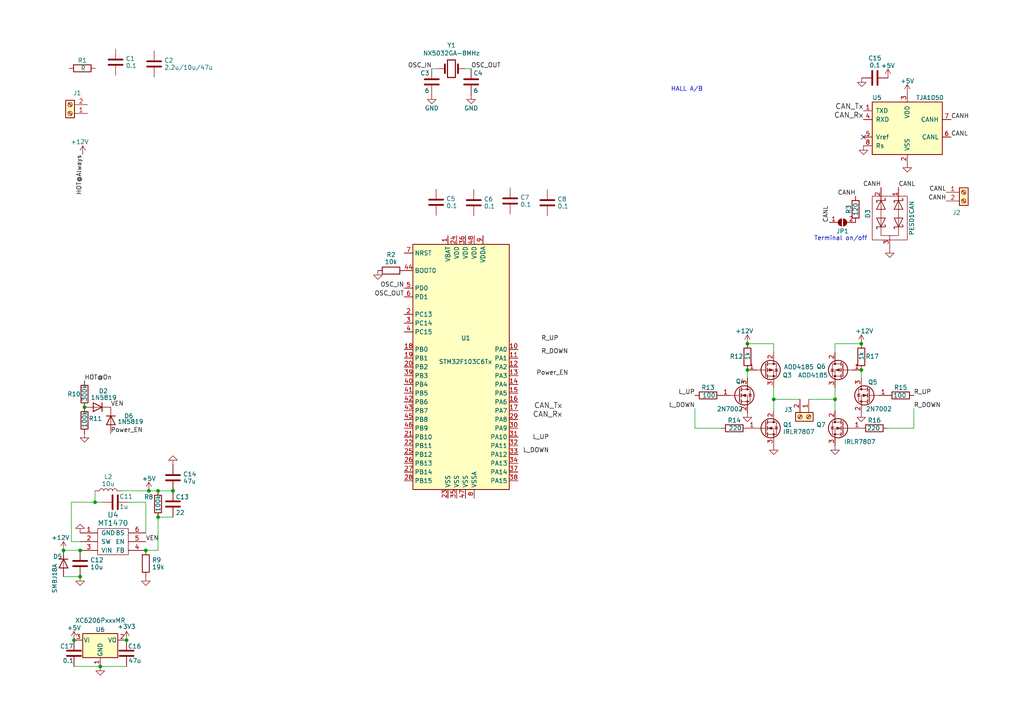
<source format=kicad_sch>
(kicad_sch (version 20230121) (generator eeschema)
  (paper "A4")
  (lib_symbols
    (symbol "Connector:Screw_Terminal_01x02" (pin_names (offset 1.016) hide)
      (property "Reference" "J" (at 0 2.54 0))
      (property "Value" "Screw_Terminal_01x02" (at 0 -5.08 0))
      (symbol "Screw_Terminal_01x02_1_1"
        (rectangle (start -1.27 1.27) (end 1.27 -3.81) (stroke (width 0.254)) (fill (type background)))
        (circle (center 0 -2.54) (radius 0.635) (stroke (width 0.1524)))
        (polyline (pts (xy -0.5334 -2.2098) (xy 0.3302 -3.048)) (stroke (width 0.1524)))
        (polyline (pts (xy -0.5334 0.3302) (xy 0.3302 -0.508)) (stroke (width 0.1524)))
        (polyline (pts (xy -0.3556 -2.032) (xy 0.508 -2.8702)) (stroke (width 0.1524)))
        (polyline (pts (xy -0.3556 0.508) (xy 0.508 -0.3302)) (stroke (width 0.1524)))
        (circle (center 0 0) (radius 0.635) (stroke (width 0.1524)))
        (pin passive line (at -5.08 0 0) (length 3.81) (name "Pin_1") (number "1"))
        (pin passive line (at -5.08 -2.54 0) (length 3.81) (name "Pin_2") (number "2"))
      )
    )
    (symbol "D_1" (pin_numbers hide) (pin_names (offset 1.016) hide)
      (property "Reference" "D" (at 0 2.54 0))
      (property "Value" "D" (at 0 -2.54 0))
      (symbol "D_1_0_1"
        (polyline (pts (xy -1.27 1.27) (xy -1.27 -1.27)) (stroke (width 0.254)))
        (polyline (pts (xy 1.27 0) (xy -1.27 0)))
        (polyline (pts (xy 1.27 1.27) (xy 1.27 -1.27) (xy -1.27 0) (xy 1.27 1.27)) (stroke (width 0.254)))
      )
      (symbol "D_1_1_1"
        (pin passive line (at -3.81 0 0) (length 2.54) (name "K") (number "1"))
        (pin passive line (at 3.81 0 180) (length 2.54) (name "A") (number "2"))
      )
    )
    (symbol "Device:C" (pin_numbers hide) (pin_names (offset 0.254))
      (property "Reference" "C" (at 0.635 2.54 0))
      (property "Value" "C" (at 0.635 -2.54 0))
      (symbol "C_0_1"
        (polyline (pts (xy -2.032 -0.762) (xy 2.032 -0.762)) (stroke (width 0.508)))
        (polyline (pts (xy -2.032 0.762) (xy 2.032 0.762)) (stroke (width 0.508)))
      )
      (symbol "C_1_1"
        (pin passive line (at 0 3.81 270) (length 2.794) (name "~") (number "1"))
        (pin passive line (at 0 -3.81 90) (length 2.794) (name "~") (number "2"))
      )
    )
    (symbol "Device:Crystal" (pin_numbers hide) (pin_names (offset 1.016) hide)
      (property "Reference" "Y" (at 0 3.81 0))
      (property "Value" "Crystal" (at 0 -3.81 0))
      (symbol "Crystal_0_1"
        (rectangle (start -1.143 2.54) (end 1.143 -2.54) (stroke (width 0.3048)))
        (polyline (pts (xy -2.54 0) (xy -1.905 0)))
        (polyline (pts (xy -1.905 -1.27) (xy -1.905 1.27)) (stroke (width 0.508)))
        (polyline (pts (xy 1.905 -1.27) (xy 1.905 1.27)) (stroke (width 0.508)))
        (polyline (pts (xy 2.54 0) (xy 1.905 0)))
      )
      (symbol "Crystal_1_1"
        (pin passive line (at -3.81 0 0) (length 1.27) (name "1") (number "1"))
        (pin passive line (at 3.81 0 180) (length 1.27) (name "2") (number "2"))
      )
    )
    (symbol "Device:D" (pin_numbers hide) (pin_names (offset 1.016) hide)
      (property "Reference" "D" (at 0 2.54 0))
      (property "Value" "D" (at 0 -2.54 0))
      (symbol "D_0_1"
        (polyline (pts (xy -1.27 1.27) (xy -1.27 -1.27)) (stroke (width 0.254)))
        (polyline (pts (xy 1.27 0) (xy -1.27 0)))
        (polyline (pts (xy 1.27 1.27) (xy 1.27 -1.27) (xy -1.27 0) (xy 1.27 1.27)) (stroke (width 0.254)))
      )
      (symbol "D_1_1"
        (pin passive line (at -3.81 0 0) (length 2.54) (name "K") (number "1"))
        (pin passive line (at 3.81 0 180) (length 2.54) (name "A") (number "2"))
      )
    )
    (symbol "Device:L" (pin_numbers hide) (pin_names (offset 1.016) hide)
      (property "Reference" "L" (at -1.27 0 90))
      (property "Value" "L" (at 1.905 0 90))
      (symbol "L_0_1"
        (arc (start 0 -2.54) (mid 0.6323 -1.905) (end 0 -1.27))
        (arc (start 0 -1.27) (mid 0.6323 -0.635) (end 0 0))
        (arc (start 0 0) (mid 0.6323 0.635) (end 0 1.27))
        (arc (start 0 1.27) (mid 0.6323 1.905) (end 0 2.54))
      )
      (symbol "L_1_1"
        (pin passive line (at 0 3.81 270) (length 1.27) (name "1") (number "1"))
        (pin passive line (at 0 -3.81 90) (length 1.27) (name "2") (number "2"))
      )
    )
    (symbol "Device:Q_NMOS_GDS" (pin_names (offset 0) hide)
      (property "Reference" "Q" (at 5.08 1.27 0))
      (property "Value" "Q_NMOS_GDS" (at 5.08 -1.27 0))
      (symbol "Q_NMOS_GDS_0_1"
        (polyline (pts (xy 0.254 0) (xy -2.54 0)))
        (polyline (pts (xy 0.254 1.905) (xy 0.254 -1.905)) (stroke (width 0.254)))
        (polyline (pts (xy 0.762 -1.27) (xy 0.762 -2.286)) (stroke (width 0.254)))
        (polyline (pts (xy 0.762 0.508) (xy 0.762 -0.508)) (stroke (width 0.254)))
        (polyline (pts (xy 0.762 2.286) (xy 0.762 1.27)) (stroke (width 0.254)))
        (polyline (pts (xy 2.54 2.54) (xy 2.54 1.778)))
        (polyline (pts (xy 2.54 -2.54) (xy 2.54 0) (xy 0.762 0)))
        (polyline (pts (xy 0.762 -1.778) (xy 3.302 -1.778) (xy 3.302 1.778) (xy 0.762 1.778)))
        (polyline (pts (xy 1.016 0) (xy 2.032 0.381) (xy 2.032 -0.381) (xy 1.016 0)) (fill (type outline)))
        (polyline (pts (xy 2.794 0.508) (xy 2.921 0.381) (xy 3.683 0.381) (xy 3.81 0.254)))
        (polyline (pts (xy 3.302 0.381) (xy 2.921 -0.254) (xy 3.683 -0.254) (xy 3.302 0.381)))
        (circle (center 1.651 0) (radius 2.794) (stroke (width 0.254)))
        (circle (center 2.54 -1.778) (radius 0.254) (fill (type outline)))
        (circle (center 2.54 1.778) (radius 0.254) (fill (type outline)))
      )
      (symbol "Q_NMOS_GDS_1_1"
        (pin input line (at -5.08 0 0) (length 2.54) (name "G") (number "1"))
        (pin passive line (at 2.54 5.08 270) (length 2.54) (name "D") (number "2"))
        (pin passive line (at 2.54 -5.08 90) (length 2.54) (name "S") (number "3"))
      )
    )
    (symbol "Device:Q_NMOS_GSD" (pin_names (offset 0) hide)
      (property "Reference" "Q" (at 5.08 1.27 0))
      (property "Value" "Q_NMOS_GSD" (at 5.08 -1.27 0))
      (symbol "Q_NMOS_GSD_0_1"
        (polyline (pts (xy 0.254 0) (xy -2.54 0)))
        (polyline (pts (xy 0.254 1.905) (xy 0.254 -1.905)) (stroke (width 0.254)))
        (polyline (pts (xy 0.762 -1.27) (xy 0.762 -2.286)) (stroke (width 0.254)))
        (polyline (pts (xy 0.762 0.508) (xy 0.762 -0.508)) (stroke (width 0.254)))
        (polyline (pts (xy 0.762 2.286) (xy 0.762 1.27)) (stroke (width 0.254)))
        (polyline (pts (xy 2.54 2.54) (xy 2.54 1.778)))
        (polyline (pts (xy 2.54 -2.54) (xy 2.54 0) (xy 0.762 0)))
        (polyline (pts (xy 0.762 -1.778) (xy 3.302 -1.778) (xy 3.302 1.778) (xy 0.762 1.778)))
        (polyline (pts (xy 1.016 0) (xy 2.032 0.381) (xy 2.032 -0.381) (xy 1.016 0)) (fill (type outline)))
        (polyline (pts (xy 2.794 0.508) (xy 2.921 0.381) (xy 3.683 0.381) (xy 3.81 0.254)))
        (polyline (pts (xy 3.302 0.381) (xy 2.921 -0.254) (xy 3.683 -0.254) (xy 3.302 0.381)))
        (circle (center 1.651 0) (radius 2.794) (stroke (width 0.254)))
        (circle (center 2.54 -1.778) (radius 0.254) (fill (type outline)))
        (circle (center 2.54 1.778) (radius 0.254) (fill (type outline)))
      )
      (symbol "Q_NMOS_GSD_1_1"
        (pin input line (at -5.08 0 0) (length 2.54) (name "G") (number "1"))
        (pin passive line (at 2.54 -5.08 90) (length 2.54) (name "S") (number "2"))
        (pin passive line (at 2.54 5.08 270) (length 2.54) (name "D") (number "3"))
      )
    )
    (symbol "Device:Q_PMOS_GDS" (pin_names (offset 0) hide)
      (property "Reference" "Q" (at 5.08 1.27 0))
      (property "Value" "Q_PMOS_GDS" (at 5.08 -1.27 0))
      (symbol "Q_PMOS_GDS_0_1"
        (polyline (pts (xy 0.254 0) (xy -2.54 0)))
        (polyline (pts (xy 0.254 1.905) (xy 0.254 -1.905)) (stroke (width 0.254)))
        (polyline (pts (xy 0.762 -1.27) (xy 0.762 -2.286)) (stroke (width 0.254)))
        (polyline (pts (xy 0.762 0.508) (xy 0.762 -0.508)) (stroke (width 0.254)))
        (polyline (pts (xy 0.762 2.286) (xy 0.762 1.27)) (stroke (width 0.254)))
        (polyline (pts (xy 2.54 2.54) (xy 2.54 1.778)))
        (polyline (pts (xy 2.54 -2.54) (xy 2.54 0) (xy 0.762 0)))
        (polyline (pts (xy 0.762 1.778) (xy 3.302 1.778) (xy 3.302 -1.778) (xy 0.762 -1.778)))
        (polyline (pts (xy 2.286 0) (xy 1.27 0.381) (xy 1.27 -0.381) (xy 2.286 0)) (fill (type outline)))
        (polyline (pts (xy 2.794 -0.508) (xy 2.921 -0.381) (xy 3.683 -0.381) (xy 3.81 -0.254)))
        (polyline (pts (xy 3.302 -0.381) (xy 2.921 0.254) (xy 3.683 0.254) (xy 3.302 -0.381)))
        (circle (center 1.651 0) (radius 2.794) (stroke (width 0.254)))
        (circle (center 2.54 -1.778) (radius 0.254) (fill (type outline)))
        (circle (center 2.54 1.778) (radius 0.254) (fill (type outline)))
      )
      (symbol "Q_PMOS_GDS_1_1"
        (pin input line (at -5.08 0 0) (length 2.54) (name "G") (number "1"))
        (pin passive line (at 2.54 5.08 270) (length 2.54) (name "D") (number "2"))
        (pin passive line (at 2.54 -5.08 90) (length 2.54) (name "S") (number "3"))
      )
    )
    (symbol "Device:R" (pin_numbers hide) (pin_names (offset 0))
      (property "Reference" "R" (at 2.032 0 90))
      (property "Value" "R" (at 0 0 90))
      (symbol "R_0_1"
        (rectangle (start -1.016 -2.54) (end 1.016 2.54) (stroke (width 0.254)))
      )
      (symbol "R_1_1"
        (pin passive line (at 0 3.81 270) (length 1.27) (name "~") (number "1"))
        (pin passive line (at 0 -3.81 90) (length 1.27) (name "~") (number "2"))
      )
    )
    (symbol "GND_3" (power) (pin_names (offset 0))
      (property "Value" "GND_3" (at 0 -3.81 0))
      (symbol "GND_3_0_1"
        (polyline (pts (xy 0 0) (xy 0 -1.27) (xy 1.27 -1.27) (xy 0 -2.54) (xy -1.27 -1.27) (xy 0 -1.27)))
      )
      (symbol "GND_3_1_1"
        (pin power_in line (at 0 0 270) (length 0) hide (name "GND") (number "1"))
      )
    )
    (symbol "Jumper:SolderJumper_2_Open" (pin_names (offset 0) hide)
      (property "Reference" "JP" (at 0 2.032 0))
      (property "Value" "SolderJumper_2_Open" (at 0 -2.54 0))
      (symbol "SolderJumper_2_Open_0_1"
        (arc (start -0.254 1.016) (mid -1.2656 0) (end -0.254 -1.016))
        (arc (start -0.254 1.016) (mid -1.2656 0) (end -0.254 -1.016) (fill (type outline)))
        (polyline (pts (xy -0.254 1.016) (xy -0.254 -1.016)))
        (polyline (pts (xy 0.254 1.016) (xy 0.254 -1.016)))
        (arc (start 0.254 -1.016) (mid 1.2656 0) (end 0.254 1.016))
        (arc (start 0.254 -1.016) (mid 1.2656 0) (end 0.254 1.016) (fill (type outline)))
      )
      (symbol "SolderJumper_2_Open_1_1"
        (pin passive line (at -3.81 0 0) (length 2.54) (name "A") (number "1"))
        (pin passive line (at 3.81 0 180) (length 2.54) (name "B") (number "2"))
      )
    )
    (symbol "MCU_ST_STM32F1:STM32F103C6Tx"
      (property "Reference" "U" (at -15.24 36.83 0))
      (property "Value" "STM32F103C6Tx" (at 7.62 36.83 0))
      (symbol "STM32F103C6Tx_0_1"
        (rectangle (start -15.24 -35.56) (end 12.7 35.56) (stroke (width 0.254)) (fill (type background)))
      )
      (symbol "STM32F103C6Tx_1_1"
        (pin power_in line (at -5.08 38.1 270) (length 2.54) (name "VBAT") (number "1"))
        (pin bidirectional line (at 15.24 5.08 180) (length 2.54) (name "PA0") (number "10"))
        (pin bidirectional line (at 15.24 2.54 180) (length 2.54) (name "PA1") (number "11"))
        (pin bidirectional line (at 15.24 0 180) (length 2.54) (name "PA2") (number "12"))
        (pin bidirectional line (at 15.24 -2.54 180) (length 2.54) (name "PA3") (number "13"))
        (pin bidirectional line (at 15.24 -5.08 180) (length 2.54) (name "PA4") (number "14"))
        (pin bidirectional line (at 15.24 -7.62 180) (length 2.54) (name "PA5") (number "15"))
        (pin bidirectional line (at 15.24 -10.16 180) (length 2.54) (name "PA6") (number "16"))
        (pin bidirectional line (at 15.24 -12.7 180) (length 2.54) (name "PA7") (number "17"))
        (pin bidirectional line (at -17.78 5.08 0) (length 2.54) (name "PB0") (number "18"))
        (pin bidirectional line (at -17.78 2.54 0) (length 2.54) (name "PB1") (number "19"))
        (pin bidirectional line (at -17.78 15.24 0) (length 2.54) (name "PC13") (number "2"))
        (pin bidirectional line (at -17.78 0 0) (length 2.54) (name "PB2") (number "20"))
        (pin bidirectional line (at -17.78 -20.32 0) (length 2.54) (name "PB10") (number "21"))
        (pin bidirectional line (at -17.78 -22.86 0) (length 2.54) (name "PB11") (number "22"))
        (pin power_in line (at -5.08 -38.1 90) (length 2.54) (name "VSS") (number "23"))
        (pin power_in line (at -2.54 38.1 270) (length 2.54) (name "VDD") (number "24"))
        (pin bidirectional line (at -17.78 -25.4 0) (length 2.54) (name "PB12") (number "25"))
        (pin bidirectional line (at -17.78 -27.94 0) (length 2.54) (name "PB13") (number "26"))
        (pin bidirectional line (at -17.78 -30.48 0) (length 2.54) (name "PB14") (number "27"))
        (pin bidirectional line (at -17.78 -33.02 0) (length 2.54) (name "PB15") (number "28"))
        (pin bidirectional line (at 15.24 -15.24 180) (length 2.54) (name "PA8") (number "29"))
        (pin bidirectional line (at -17.78 12.7 0) (length 2.54) (name "PC14") (number "3"))
        (pin bidirectional line (at 15.24 -17.78 180) (length 2.54) (name "PA9") (number "30"))
        (pin bidirectional line (at 15.24 -20.32 180) (length 2.54) (name "PA10") (number "31"))
        (pin bidirectional line (at 15.24 -22.86 180) (length 2.54) (name "PA11") (number "32"))
        (pin bidirectional line (at 15.24 -25.4 180) (length 2.54) (name "PA12") (number "33"))
        (pin bidirectional line (at 15.24 -27.94 180) (length 2.54) (name "PA13") (number "34"))
        (pin power_in line (at -2.54 -38.1 90) (length 2.54) (name "VSS") (number "35"))
        (pin power_in line (at 0 38.1 270) (length 2.54) (name "VDD") (number "36"))
        (pin bidirectional line (at 15.24 -30.48 180) (length 2.54) (name "PA14") (number "37"))
        (pin bidirectional line (at 15.24 -33.02 180) (length 2.54) (name "PA15") (number "38"))
        (pin bidirectional line (at -17.78 -2.54 0) (length 2.54) (name "PB3") (number "39"))
        (pin bidirectional line (at -17.78 10.16 0) (length 2.54) (name "PC15") (number "4"))
        (pin bidirectional line (at -17.78 -5.08 0) (length 2.54) (name "PB4") (number "40"))
        (pin bidirectional line (at -17.78 -7.62 0) (length 2.54) (name "PB5") (number "41"))
        (pin bidirectional line (at -17.78 -10.16 0) (length 2.54) (name "PB6") (number "42"))
        (pin bidirectional line (at -17.78 -12.7 0) (length 2.54) (name "PB7") (number "43"))
        (pin input line (at -17.78 27.94 0) (length 2.54) (name "BOOT0") (number "44"))
        (pin bidirectional line (at -17.78 -15.24 0) (length 2.54) (name "PB8") (number "45"))
        (pin bidirectional line (at -17.78 -17.78 0) (length 2.54) (name "PB9") (number "46"))
        (pin power_in line (at 0 -38.1 90) (length 2.54) (name "VSS") (number "47"))
        (pin power_in line (at 2.54 38.1 270) (length 2.54) (name "VDD") (number "48"))
        (pin input line (at -17.78 22.86 0) (length 2.54) (name "PD0") (number "5"))
        (pin input line (at -17.78 20.32 0) (length 2.54) (name "PD1") (number "6"))
        (pin input line (at -17.78 33.02 0) (length 2.54) (name "NRST") (number "7"))
        (pin power_in line (at 2.54 -38.1 90) (length 2.54) (name "VSSA") (number "8"))
        (pin power_in line (at 5.08 38.1 270) (length 2.54) (name "VDDA") (number "9"))
      )
    )
    (symbol "Regulator_Linear:XC6206PxxxMR" (pin_names (offset 0.254))
      (property "Reference" "U" (at -3.81 3.175 0))
      (property "Value" "XC6206PxxxMR" (at 0 3.175 0))
      (symbol "XC6206PxxxMR_0_1"
        (rectangle (start -5.08 1.905) (end 5.08 -5.08) (stroke (width 0.254)) (fill (type background)))
      )
      (symbol "XC6206PxxxMR_1_1"
        (pin power_in line (at 0 -7.62 90) (length 2.54) (name "GND") (number "1"))
        (pin power_out line (at 7.62 0 180) (length 2.54) (name "VO") (number "2"))
        (pin power_in line (at -7.62 0 0) (length 2.54) (name "VI") (number "3"))
      )
    )
    (symbol "elements:PESD1CAN" (pin_names (offset 0.762) hide)
      (property "Reference" "D" (at 0 -8.89 0))
      (property "Value" "PESD1CAN" (at 1.27 3.81 0))
      (symbol "PESD1CAN_0_1"
        (rectangle (start -5.08 2.54) (end 7.62 -7.62))
        (polyline (pts (xy -3.556 -5.08) (xy 3.81 -5.08)))
        (polyline (pts (xy -3.556 0) (xy 3.81 0)))
        (polyline (pts (xy -3.81 -3.81) (xy -3.81 -6.35) (xy -3.81 -6.35)) (stroke (width 0.2032)))
        (polyline (pts (xy -3.81 1.27) (xy -3.81 -1.27) (xy -3.81 -1.27)) (stroke (width 0.2032)))
        (polyline (pts (xy 3.81 -3.81) (xy 3.81 -6.35) (xy 3.81 -6.35)) (stroke (width 0.2032)))
        (polyline (pts (xy 3.81 1.27) (xy 3.81 -1.27) (xy 3.81 -1.27)) (stroke (width 0.2032)))
        (polyline (pts (xy -3.81 -3.81) (xy -4.318 -3.81) (xy -4.318 -4.064) (xy -4.318 -4.064)) (stroke (width 0.2032)))
        (polyline (pts (xy -3.81 1.27) (xy -4.318 1.27) (xy -4.318 1.016) (xy -4.318 1.016)) (stroke (width 0.2032)))
        (polyline (pts (xy 3.81 -6.35) (xy 4.318 -6.35) (xy 4.318 -6.096) (xy 4.318 -6.096)) (stroke (width 0.2032)))
        (polyline (pts (xy 3.81 -3.81) (xy 3.302 -3.81) (xy 3.302 -4.064) (xy 3.302 -4.064)) (stroke (width 0.2032)))
        (polyline (pts (xy 3.81 -1.27) (xy 4.318 -1.27) (xy 4.318 -1.016) (xy 4.318 -1.016)) (stroke (width 0.2032)))
        (polyline (pts (xy 3.81 0) (xy 6.35 0) (xy 6.35 -5.08) (xy 3.81 -5.08)))
        (polyline (pts (xy 3.81 1.27) (xy 3.302 1.27) (xy 3.302 1.016) (xy 3.302 1.016)) (stroke (width 0.2032)))
        (polyline (pts (xy -3.302 -6.096) (xy -3.302 -6.35) (xy -3.81 -6.35) (xy -3.81 -6.35) (xy -3.81 -6.35)) (stroke (width 0.2032)))
        (polyline (pts (xy -3.302 -1.016) (xy -3.302 -1.27) (xy -3.81 -1.27) (xy -3.81 -1.27) (xy -3.81 -1.27)) (stroke (width 0.2032)))
        (polyline (pts (xy -1.27 -6.35) (xy -3.81 -5.08) (xy -1.27 -3.81) (xy -1.27 -6.35) (xy -1.27 -6.35) (xy -1.27 -6.35)) (stroke (width 0.2032)))
        (polyline (pts (xy -1.27 -1.27) (xy -3.81 0) (xy -1.27 1.27) (xy -1.27 -1.27) (xy -1.27 -1.27) (xy -1.27 -1.27)) (stroke (width 0.2032)))
        (polyline (pts (xy 1.27 -3.81) (xy 3.81 -5.08) (xy 1.27 -6.35) (xy 1.27 -3.81) (xy 1.27 -3.81) (xy 1.27 -3.81)) (stroke (width 0.2032)))
        (polyline (pts (xy 1.27 1.27) (xy 3.81 0) (xy 1.27 -1.27) (xy 1.27 1.27) (xy 1.27 1.27) (xy 1.27 1.27)) (stroke (width 0.2032)))
        (pin passive line (at -7.62 0 0) (length 3.81) (name "K") (number "1"))
        (pin passive line (at -7.62 -5.08 0) (length 3.81) (name "K") (number "2"))
        (pin passive line (at 10.16 -2.54 180) (length 3.81) (name "O") (number "3"))
      )
    )
    (symbol "mp1584:MT1470" (pin_names (offset 1.016))
      (property "Reference" "U" (at -2.54 5.08 0))
      (property "Value" "MT1470" (at 0 -5.08 0))
      (symbol "MT1470_0_1"
        (rectangle (start -5.08 3.81) (end 3.81 -3.81))
      )
      (symbol "MT1470_1_1"
        (pin input line (at -10.16 2.54 0) (length 5.08) (name "GND") (number "1"))
        (pin input line (at -10.16 0 0) (length 5.08) (name "SW") (number "2"))
        (pin input line (at -10.16 -2.54 0) (length 5.08) (name "VIN") (number "3"))
        (pin input line (at 8.89 -2.54 180) (length 5.08) (name "FB") (number "4"))
        (pin input line (at 8.89 0 180) (length 5.08) (name "EN") (number "5"))
        (pin input line (at 8.89 2.54 180) (length 5.08) (name "BS") (number "6"))
      )
    )
    (symbol "power:+12V" (power) (pin_names (offset 0))
      (property "Value" "+12V" (at 0 3.556 0))
      (symbol "+12V_0_1"
        (polyline (pts (xy -0.762 1.27) (xy 0 2.54)))
        (polyline (pts (xy 0 0) (xy 0 2.54)))
        (polyline (pts (xy 0 2.54) (xy 0.762 1.27)))
      )
      (symbol "+12V_1_1"
        (pin power_in line (at 0 0 90) (length 0) hide (name "+12V") (number "1"))
      )
    )
    (symbol "power:+3V3" (power) (pin_names (offset 0))
      (property "Value" "+3V3" (at 0 3.556 0))
      (symbol "+3V3_0_1"
        (polyline (pts (xy -0.762 1.27) (xy 0 2.54)))
        (polyline (pts (xy 0 0) (xy 0 2.54)))
        (polyline (pts (xy 0 2.54) (xy 0.762 1.27)))
      )
      (symbol "+3V3_1_1"
        (pin power_in line (at 0 0 90) (length 0) hide (name "+3V3") (number "1"))
      )
    )
    (symbol "power:GND" (power) (pin_names (offset 0))
      (property "Value" "GND" (at 0 -3.81 0))
      (symbol "GND_0_1"
        (polyline (pts (xy 0 0) (xy 0 -1.27) (xy 1.27 -1.27) (xy 0 -2.54) (xy -1.27 -1.27) (xy 0 -1.27)))
      )
      (symbol "GND_1_1"
        (pin power_in line (at 0 0 270) (length 0) hide (name "GND") (number "1"))
      )
    )
    (symbol "stm32-rescue:+5V" (power) (pin_names (offset 0))
      (property "Value" "+5V" (at 0 3.556 0))
      (symbol "+5V_0_1"
        (polyline (pts (xy -0.762 1.27) (xy 0 2.54)))
        (polyline (pts (xy 0 0) (xy 0 2.54)))
        (polyline (pts (xy 0 2.54) (xy 0.762 1.27)))
      )
      (symbol "+5V_1_1"
        (pin power_in line (at 0 0 90) (length 0) hide (name "+5V") (number "1"))
      )
    )
    (symbol "stm32-rescue:MCP2551-I_SN" (pin_names (offset 1.016))
      (property "Reference" "U" (at -10.16 8.89 0))
      (property "Value" "MCP2551-I_SN" (at 2.54 8.89 0))
      (symbol "MCP2551-I_SN_0_1"
        (rectangle (start -10.16 7.62) (end 10.16 -7.62) (stroke (width 0.254)) (fill (type background)))
      )
      (symbol "MCP2551-I_SN_1_1"
        (pin input line (at -12.7 5.08 0) (length 2.54) (name "TXD") (number "1"))
        (pin power_in line (at 0 -10.16 90) (length 2.54) (name "VSS") (number "2"))
        (pin power_in line (at 0 10.16 270) (length 2.54) (name "VDD") (number "3"))
        (pin output line (at -12.7 2.54 0) (length 2.54) (name "RXD") (number "4"))
        (pin power_out line (at -12.7 -2.54 0) (length 2.54) (name "Vref") (number "5"))
        (pin bidirectional line (at 12.7 -2.54 180) (length 2.54) (name "CANL") (number "6"))
        (pin bidirectional line (at 12.7 2.54 180) (length 2.54) (name "CANH") (number "7"))
        (pin input line (at -12.7 -5.08 0) (length 2.54) (name "Rs") (number "8"))
      )
    )
    (symbol "stm32-rescue:R" (pin_numbers hide) (pin_names (offset 0))
      (property "Reference" "R" (at 2.032 0 90))
      (property "Value" "R" (at 0 0 90))
      (symbol "R_0_1"
        (rectangle (start -1.016 -2.54) (end 1.016 2.54) (stroke (width 0.254)))
      )
      (symbol "R_1_1"
        (pin passive line (at 0 3.81 270) (length 1.27) (name "~") (number "1"))
        (pin passive line (at 0 -3.81 90) (length 1.27) (name "~") (number "2"))
      )
    )
  )
  (junction (at 21.463 185.674))
  (junction (at 45.847 142.367))
  (junction (at 23.241 159.639))
  (junction (at 18.415 159.639))
  (junction (at 23.241 167.259))
  (junction (at 242.189 115.824))
  (junction (at 42.291 159.639))
  (junction (at 216.789 107.315))
  (junction (at 43.18 142.367))
  (junction (at 216.789 99.695))
  (junction (at 29.083 193.294))
  (junction (at 224.409 115.824))
  (junction (at 24.511 118.11))
  (junction (at 36.703 185.674))
  (junction (at 27.559 145.669))
  (junction (at 249.809 107.315))
  (junction (at 45.847 149.987))
  (junction (at 50.165 142.367))
  (junction (at 249.809 99.695))
  (no_connect (at 250.444 39.751))
  (wire (pts (xy 42.291 145.669) (xy 42.291 154.559)))
  (wire (pts (xy 42.291 159.639) (xy 45.847 159.639)))
  (wire (pts (xy 224.409 115.824) (xy 224.409 119.126)))
  (wire (pts (xy 242.189 99.695) (xy 242.189 102.235)))
  (wire (pts (xy 45.847 159.639) (xy 45.847 149.987)))
  (wire (pts (xy 18.415 159.639) (xy 23.241 159.639)))
  (wire (pts (xy 209.169 124.206) (xy 201.549 124.206)))
  (wire (pts (xy 27.559 142.367) (xy 27.559 145.669)))
  (wire (pts (xy 136.652 19.939) (xy 134.747 19.939)))
  (wire (pts (xy 242.189 112.395) (xy 242.189 115.824)))
  (wire (pts (xy 224.409 112.395) (xy 224.409 115.824)))
  (wire (pts (xy 224.409 99.695) (xy 224.409 102.235)))
  (wire (pts (xy 37.211 145.669) (xy 42.291 145.669)))
  (wire (pts (xy 249.809 109.601) (xy 249.809 107.315)))
  (wire (pts (xy 29.591 145.669) (xy 27.559 145.669)))
  (wire (pts (xy 216.789 109.601) (xy 216.789 107.315)))
  (wire (pts (xy 18.415 167.259) (xy 23.241 167.259)))
  (wire (pts (xy 20.701 157.099) (xy 23.241 157.099)))
  (wire (pts (xy 35.179 142.367) (xy 43.18 142.367)))
  (wire (pts (xy 21.463 193.294) (xy 29.083 193.294)))
  (wire (pts (xy 201.549 118.491) (xy 201.549 124.206)))
  (wire (pts (xy 45.847 149.987) (xy 50.165 149.987)))
  (wire (pts (xy 257.429 124.206) (xy 265.049 124.206)))
  (wire (pts (xy 20.701 145.669) (xy 20.701 157.099)))
  (wire (pts (xy 45.847 142.367) (xy 50.165 142.367)))
  (wire (pts (xy 249.809 99.695) (xy 242.189 99.695)))
  (wire (pts (xy 242.189 115.824) (xy 242.189 119.126)))
  (wire (pts (xy 232.029 115.824) (xy 224.409 115.824)))
  (wire (pts (xy 29.083 193.294) (xy 36.703 193.294)))
  (wire (pts (xy 216.789 99.695) (xy 224.409 99.695)))
  (wire (pts (xy 27.559 145.669) (xy 20.701 145.669)))
  (wire (pts (xy 125.222 19.939) (xy 127.127 19.939)))
  (wire (pts (xy 43.18 142.367) (xy 45.847 142.367)))
  (wire (pts (xy 265.049 118.491) (xy 265.049 124.206)))
  (wire (pts (xy 234.569 115.824) (xy 242.189 115.824)))
  (text "Terminal on/off" (at 236.093 69.977 0) (effects (font (size 1.27 1.27)) (justify left bottom)))
  (text "HALL A/B" (at 194.564 26.67 0) (effects (font (size 1.27 1.27)) (justify left bottom)))
  (label "OSC_OUT" (at 117.221 86.106 180))
  (label "OSC_IN" (at 125.222 19.939 180))
  (label "CAN_Rx" (at 250.444 34.671 180) (effects (font (size 1.524 1.524))))
  (label "OSC_OUT" (at 136.652 19.939 0))
  (label "Power_EN" (at 155.575 109.093 0))
  (label "CAN_Tx" (at 250.444 32.131 180) (effects (font (size 1.524 1.524))))
  (label "Power_EN" (at 32.131 125.73 0))
  (label "HOT@Always" (at 24.003 44.831 270))
  (label "L_DOWN" (at 201.549 118.491 180))
  (label "CAN_Rx" (at 163.068 121.412 180) (effects (font (size 1.524 1.524))))
  (label "L_UP" (at 159.258 127.762 180))
  (label "R_UP" (at 265.049 114.681 0))
  (label "R_DOWN" (at 156.972 102.87 0))
  (label "VEN" (at 42.291 157.099 0))
  (label "HOT@On" (at 24.511 110.49 0))
  (label "CANH" (at 274.447 58.293 180))
  (label "R_DOWN" (at 265.049 118.491 0))
  (label "CAN_Tx" (at 163.068 118.872 180) (effects (font (size 1.524 1.524))))
  (label "CANL" (at 274.447 55.753 180))
  (label "VEN" (at 32.131 118.11 0))
  (label "L_UP" (at 201.549 114.681 180))
  (label "CANL" (at 260.604 54.356 0))
  (label "CANH" (at 248.158 56.896 180))
  (label "R_UP" (at 156.972 99.06 0))
  (label "CANL" (at 240.538 64.516 90))
  (label "OSC_IN" (at 117.221 83.566 180))
  (label "CANH" (at 255.524 54.356 180))
  (label "CANH" (at 275.844 34.671 0))
  (label "L_DOWN" (at 159.258 131.572 180))
  (label "CANL" (at 275.844 39.751 0))
  (symbol (lib_name "GND_3") (lib_id "power:GND") (at 249.809 119.761 0) (mirror y) (unit 1)
    (property "Reference" "#PWR028" (effects hide))
    (property "Value" "GND" (effects hide))
  )
  (symbol (lib_id "Device:C") (at 50.165 146.177 0) (unit 1)
    (property "Reference" "C13" (at 50.927 144.145 0) (effects (justify left)))
    (property "Value" "22" (at 50.927 148.717 0) (effects (justify left)))
    (property "Footprint" "Capacitor_SMD:C_0805_2012Metric_Pad1.18x1.45mm_HandSolder" (effects hide))
  )
  (symbol (lib_name "GND_3") (lib_id "power:GND") (at 216.789 119.761 0) (unit 1)
    (property "Reference" "#PWR09" (effects hide))
    (property "Value" "GND" (effects hide))
  )
  (symbol (lib_id "Device:D") (at 28.321 118.11 180) (unit 1)
    (property "Reference" "D2" (at 29.972 113.411 0))
    (property "Value" "1N5819" (at 30.099 115.316 0))
    (property "Footprint" "Diode_SMD:D_SOD-323_HandSoldering" (effects hide))
    (property "Sim.Device" "D" (effects hide))
    (property "Sim.Pins" "1=K 2=A" (effects hide))
  )
  (symbol (lib_id "Device:R") (at 24.511 121.92 180) (unit 1)
    (property "Reference" "R11" (at 27.686 121.412 0))
    (property "Value" "100k" (at 24.511 121.666 90))
    (property "Footprint" "Resistor_SMD:R_0603_1608Metric_Pad0.98x0.95mm_HandSolder" (effects hide))
  )
  (symbol (lib_id "Jumper:SolderJumper_2_Open") (at 244.348 64.516 0) (unit 1)
    (property "Reference" "JP1" (at 244.348 67.056 0))
    (property "Value" "SolderJumper_2_Open" (effects hide))
  )
  (symbol (lib_id "stm32-rescue:+5V") (at 21.463 185.674 0) (unit 1)
    (property "Reference" "#PWR026" (effects hide))
    (property "Value" "+5V" (at 21.463 182.118 0))
  )
  (symbol (lib_id "Device:C") (at 33.401 145.669 90) (unit 1)
    (property "Reference" "C11" (at 36.576 144.018 90))
    (property "Value" "1u" (at 35.941 146.939 90))
    (property "Footprint" "Capacitor_SMD:C_1206_3216Metric_Pad1.33x1.80mm_HandSolder" (effects hide))
  )
  (symbol (lib_name "GND_3") (lib_id "power:GND") (at 42.291 167.259 0) (unit 1)
    (property "Reference" "#PWR017" (effects hide))
    (property "Value" "GND" (effects hide))
  )
  (symbol (lib_id "Connector:Screw_Terminal_01x02") (at 279.527 55.753 0) (unit 1)
    (property "Reference" "J2" (at 277.4442 61.6712 0))
    (property "Value" "Screw_Terminal_01x02" (effects hide))
    (property "Footprint" "TerminalBlock_Phoenix:TerminalBlock_Phoenix_MKDS-1,5-2_1x02_P5.00mm_Horizontal" (effects hide))
  )
  (symbol (lib_name "GND_3") (lib_id "power:GND") (at 50.165 134.747 180) (unit 1)
    (property "Reference" "#PWR018" (effects hide))
    (property "Value" "GND" (effects hide))
  )
  (symbol (lib_name "GND_3") (lib_id "power:GND") (at 250.444 42.291 0) (unit 1)
    (property "Reference" "#PWR020" (effects hide))
    (property "Value" "GND" (effects hide))
  )
  (symbol (lib_id "Device:Q_PMOS_GDS") (at 244.729 107.315 0) (mirror y) (unit 1)
    (property "Reference" "Q6" (at 239.522 106.291 0) (effects (justify left)))
    (property "Value" "AOD4185" (at 240.157 108.839 0) (effects (justify left)))
    (property "Footprint" "Package_TO_SOT_SMD:TO-252-3_TabPin2" (effects hide))
  )
  (symbol (lib_id "Device:R") (at 24.511 114.3 180) (unit 1)
    (property "Reference" "R10" (at 21.463 114.3 0))
    (property "Value" "300k" (at 24.511 114.046 90))
    (property "Footprint" "Resistor_SMD:R_0603_1608Metric_Pad0.98x0.95mm_HandSolder" (effects hide))
  )
  (symbol (lib_name "GND_3") (lib_id "power:GND") (at 29.083 193.294 0) (unit 1)
    (property "Reference" "#PWR025" (effects hide))
    (property "Value" "GND" (effects hide))
  )
  (symbol (lib_id "Device:C") (at 44.704 18.542 0) (unit 1)
    (property "Reference" "C2" (at 47.625 17.518 0) (effects (justify left)))
    (property "Value" "2.2u/10u/47u" (at 47.625 19.566 0) (effects (justify left)))
    (property "Footprint" "Capacitor_SMD:C_1206_3216Metric" (effects hide))
  )
  (symbol (lib_id "Device:Crystal") (at 130.937 19.939 0) (unit 1)
    (property "Reference" "Y1" (at 130.937 13.1318 0))
    (property "Value" "NX5032GA-8MHz" (at 130.937 15.4432 0))
    (property "Footprint" "Crystal:Crystal_SMD_5032-2Pin_5.0x3.2mm" (effects hide))
  )
  (symbol (lib_id "Device:R") (at 205.359 114.681 90) (unit 1)
    (property "Reference" "R13" (at 205.359 112.395 90))
    (property "Value" "100" (at 205.613 114.681 90))
    (property "Footprint" "Resistor_SMD:R_0603_1608Metric_Pad0.98x0.95mm_HandSolder" (effects hide))
  )
  (symbol (lib_id "power:+3V3") (at 36.703 185.674 0) (unit 1)
    (property "Reference" "#PWR027" (effects hide))
    (property "Value" "+3V3" (at 36.703 181.729 0))
  )
  (symbol (lib_name "GND_3") (lib_id "power:GND") (at 258.064 72.136 0) (unit 1)
    (property "Reference" "#PWR01" (effects hide))
    (property "Value" "GND" (effects hide))
  )
  (symbol (lib_id "Device:C") (at 147.955 58.293 0) (unit 1)
    (property "Reference" "C7" (at 150.876 57.269 0) (effects (justify left)))
    (property "Value" "0.1" (at 150.876 59.317 0) (effects (justify left)))
    (property "Footprint" "Capacitor_SMD:C_0603_1608Metric_Pad1.08x0.95mm_HandSolder" (effects hide))
  )
  (symbol (lib_id "Device:R") (at 253.619 124.206 270) (mirror x) (unit 1)
    (property "Reference" "R16" (at 253.619 121.92 90))
    (property "Value" "220" (at 253.365 124.206 90))
    (property "Footprint" "Resistor_SMD:R_0603_1608Metric_Pad0.98x0.95mm_HandSolder" (effects hide))
  )
  (symbol (lib_id "Connector:Screw_Terminal_01x02") (at 20.32 32.893 180) (unit 1)
    (property "Reference" "J1" (at 22.4028 26.9748 0))
    (property "Value" "Screw_Terminal_01x02" (effects hide))
    (property "Footprint" "TerminalBlock_Phoenix:TerminalBlock_Phoenix_MKDS-1,5-2_1x02_P5.00mm_Horizontal" (effects hide))
  )
  (symbol (lib_id "power:+12V") (at 216.789 99.695 0) (unit 1)
    (property "Reference" "#PWR08" (effects hide))
    (property "Value" "+12V" (at 215.9 96.012 0))
  )
  (symbol (lib_id "Device:Q_NMOS_GDS") (at 221.869 124.206 0) (unit 1)
    (property "Reference" "Q1" (at 227.076 123.182 0) (effects (justify left)))
    (property "Value" "IRLR7807" (at 227.076 125.23 0) (effects (justify left)))
    (property "Footprint" "Package_TO_SOT_SMD:TO-252-3_TabPin2" (effects hide))
  )
  (symbol (lib_name "GND_3") (lib_id "power:GND") (at 242.189 129.286 0) (mirror y) (unit 1)
    (property "Reference" "#PWR029" (effects hide))
    (property "Value" "GND" (effects hide))
  )
  (symbol (lib_id "stm32-rescue:R") (at 248.158 60.706 180) (unit 1)
    (property "Reference" "R3" (at 246.126 60.706 90))
    (property "Value" "120" (at 248.158 60.706 90))
    (property "Footprint" "Resistor_SMD:R_1210_3225Metric_Pad1.42x2.65mm_HandSolder" (effects hide))
  )
  (symbol (lib_name "GND_3") (lib_id "power:GND") (at 109.601 78.486 0) (unit 1)
    (property "Reference" "#PWR04" (effects hide))
    (property "Value" "GND" (effects hide))
  )
  (symbol (lib_id "Regulator_Linear:XC6206PxxxMR") (at 29.083 185.674 0) (unit 1)
    (property "Reference" "U6" (at 29.083 182.626 0))
    (property "Value" "XC6206PxxxMR" (at 29.083 179.959 0))
    (property "Footprint" "Package_TO_SOT_SMD:SOT-23-3" (effects hide))
    (property "Datasheet" "https://www.torexsemi.com/file/xc6206/XC6206.pdf" (effects hide))
  )
  (symbol (lib_id "Device:R") (at 261.239 114.681 270) (mirror x) (unit 1)
    (property "Reference" "R15" (at 261.239 112.395 90))
    (property "Value" "100" (at 260.985 114.681 90))
    (property "Footprint" "Resistor_SMD:R_0603_1608Metric_Pad0.98x0.95mm_HandSolder" (effects hide))
  )
  (symbol (lib_id "stm32-rescue:+5V") (at 263.144 27.051 0) (unit 1)
    (property "Reference" "#PWR021" (effects hide))
    (property "Value" "+5V" (at 263.144 23.495 0))
  )
  (symbol (lib_id "Device:R") (at 23.876 19.812 90) (unit 1)
    (property "Reference" "R1" (at 23.876 17.526 90))
    (property "Value" "R" (at 24.13 19.812 90))
    (property "Footprint" "Resistor_SMD:R_0603_1608Metric_Pad0.98x0.95mm_HandSolder" (effects hide))
  )
  (symbol (lib_name "GND_3") (lib_id "power:GND") (at 224.409 129.286 0) (unit 1)
    (property "Reference" "#PWR010" (effects hide))
    (property "Value" "GND" (effects hide))
  )
  (symbol (lib_id "Device:Q_PMOS_GDS") (at 221.869 107.315 0) (unit 1)
    (property "Reference" "Q3" (at 226.949 108.839 0) (effects (justify left)))
    (property "Value" "AOD4185" (at 227.33 106.426 0) (effects (justify left)))
    (property "Footprint" "Package_TO_SOT_SMD:TO-252-3_TabPin2" (effects hide))
  )
  (symbol (lib_id "Device:Q_NMOS_GSD") (at 252.349 114.681 0) (mirror y) (unit 1)
    (property "Reference" "Q5" (at 254.508 110.871 0) (effects (justify left)))
    (property "Value" "2N7002" (at 258.699 118.618 0) (effects (justify left)))
    (property "Footprint" "Package_TO_SOT_SMD:SOT-23_Handsoldering" (effects hide))
  )
  (symbol (lib_id "Device:C") (at 253.746 22.606 90) (unit 1)
    (property "Reference" "C15" (at 253.746 16.867 90))
    (property "Value" "0.1" (at 253.746 18.915 90))
    (property "Footprint" "Capacitor_SMD:C_0603_1608Metric_Pad1.08x0.95mm_HandSolder" (effects hide))
  )
  (symbol (lib_id "Device:R") (at 113.411 78.486 90) (unit 1)
    (property "Reference" "R2" (at 113.411 73.89 90))
    (property "Value" "10k" (at 113.411 75.938 90))
    (property "Footprint" "Resistor_SMD:R_0603_1608Metric_Pad0.98x0.95mm_HandSolder" (effects hide))
  )
  (symbol (lib_id "elements:PESD1CAN") (at 260.604 61.976 270) (unit 1)
    (property "Reference" "D3" (at 251.714 61.976 0))
    (property "Value" "PESD1CAN" (at 264.414 63.246 0))
    (property "Footprint" "Package_TO_SOT_SMD:SOT-23" (effects hide))
  )
  (symbol (lib_id "Device:C") (at 137.414 58.801 0) (unit 1)
    (property "Reference" "C6" (at 140.335 57.777 0) (effects (justify left)))
    (property "Value" "0.1" (at 140.335 59.825 0) (effects (justify left)))
    (property "Footprint" "Capacitor_SMD:C_0603_1608Metric_Pad1.08x0.95mm_HandSolder" (effects hide))
  )
  (symbol (lib_id "Device:R") (at 212.979 124.206 90) (unit 1)
    (property "Reference" "R14" (at 212.979 121.92 90))
    (property "Value" "220" (at 213.233 124.206 90))
    (property "Footprint" "Resistor_SMD:R_0603_1608Metric_Pad0.98x0.95mm_HandSolder" (effects hide))
  )
  (symbol (lib_id "Device:C") (at 36.703 189.484 0) (unit 1)
    (property "Reference" "C16" (at 37.084 187.452 0) (effects (justify left)))
    (property "Value" "47u" (at 37.211 191.643 0) (effects (justify left)))
    (property "Footprint" "Capacitor_SMD:C_1206_3216Metric" (effects hide))
  )
  (symbol (lib_id "Device:C") (at 33.528 18.034 0) (unit 1)
    (property "Reference" "C1" (at 36.449 17.01 0) (effects (justify left)))
    (property "Value" "0.1" (at 36.449 19.058 0) (effects (justify left)))
    (property "Footprint" "Capacitor_SMD:C_0603_1608Metric_Pad1.08x0.95mm_HandSolder" (effects hide))
  )
  (symbol (lib_name "GND_3") (lib_id "power:GND") (at 249.936 22.606 0) (unit 1)
    (property "Reference" "#PWR024" (effects hide))
    (property "Value" "GND" (effects hide))
  )
  (symbol (lib_id "stm32-rescue:+5V") (at 43.18 142.367 0) (unit 1)
    (property "Reference" "#PWR019" (effects hide))
    (property "Value" "+5V" (at 43.18 138.811 0))
  )
  (symbol (lib_id "stm32-rescue:+5V") (at 257.556 22.606 0) (unit 1)
    (property "Reference" "#PWR023" (effects hide))
    (property "Value" "+5V" (at 257.556 19.05 0))
  )
  (symbol (lib_id "Device:C") (at 50.165 138.557 180) (unit 1)
    (property "Reference" "C14" (at 53.086 137.533 0) (effects (justify right)))
    (property "Value" "47u" (at 53.086 139.581 0) (effects (justify right)))
    (property "Footprint" "Capacitor_SMD:C_1206_3216Metric_Pad1.33x1.80mm_HandSolder" (effects hide))
  )
  (symbol (lib_id "power:+12V") (at 24.003 44.831 0) (unit 1)
    (property "Reference" "#PWR07" (effects hide))
    (property "Value" "+12V" (at 23.114 41.148 0))
  )
  (symbol (lib_id "Device:C") (at 158.75 58.801 0) (unit 1)
    (property "Reference" "C8" (at 161.671 57.777 0) (effects (justify left)))
    (property "Value" "0.1" (at 161.671 59.825 0) (effects (justify left)))
    (property "Footprint" "Capacitor_SMD:C_0603_1608Metric_Pad1.08x0.95mm_HandSolder" (effects hide))
  )
  (symbol (lib_id "Device:R") (at 249.809 103.505 0) (mirror x) (unit 1)
    (property "Reference" "R17" (at 252.984 103.378 0))
    (property "Value" "1k" (at 249.809 103.251 90))
    (property "Footprint" "Resistor_SMD:R_0603_1608Metric_Pad0.98x0.95mm_HandSolder" (effects hide))
  )
  (symbol (lib_id "Connector:Screw_Terminal_01x02") (at 234.569 120.904 270) (unit 1)
    (property "Reference" "J3" (at 228.6508 118.8212 90))
    (property "Value" "Screw_Terminal_01x02" (effects hide))
    (property "Footprint" "TerminalBlock_Phoenix:TerminalBlock_Phoenix_MKDS-1,5-2_1x02_P5.00mm_Horizontal" (effects hide))
  )
  (symbol (lib_id "Device:L") (at 31.369 142.367 90) (unit 1)
    (property "Reference" "L2" (at 31.369 138.2817 90))
    (property "Value" "10u" (at 31.369 140.3297 90))
    (property "Footprint" "kicad:cd43" (effects hide))
  )
  (symbol (lib_name "GND_3") (lib_id "power:GND") (at 23.241 167.259 0) (unit 1)
    (property "Reference" "#PWR016" (effects hide))
    (property "Value" "GND" (effects hide))
  )
  (symbol (lib_id "Device:R") (at 216.789 103.505 180) (unit 1)
    (property "Reference" "R12" (at 213.614 103.378 0))
    (property "Value" "1k" (at 216.789 103.251 90))
    (property "Footprint" "Resistor_SMD:R_0603_1608Metric_Pad0.98x0.95mm_HandSolder" (effects hide))
  )
  (symbol (lib_id "Device:D") (at 32.131 121.92 270) (unit 1)
    (property "Reference" "D6" (at 37.338 120.65 90))
    (property "Value" "1N5819" (at 37.846 122.301 90))
    (property "Footprint" "Diode_SMD:D_SOD-323_HandSoldering" (effects hide))
    (property "Sim.Device" "D" (effects hide))
    (property "Sim.Pins" "1=K 2=A" (effects hide))
  )
  (symbol (lib_id "Device:C") (at 136.652 23.749 0) (unit 1)
    (property "Reference" "C4" (at 137.287 21.209 0) (effects (justify left)))
    (property "Value" "6" (at 137.287 26.289 0) (effects (justify left)))
    (property "Footprint" "Capacitor_SMD:C_0603_1608Metric_Pad1.08x0.95mm_HandSolder" (effects hide))
  )
  (symbol (lib_id "stm32-rescue:MCP2551-I_SN") (at 263.144 37.211 0) (unit 1)
    (property "Reference" "U5" (at 252.984 28.321 0) (effects (justify left)))
    (property "Value" "TJA1050" (at 265.684 28.321 0) (effects (justify left)))
    (property "Footprint" "Package_SO:SOIC-8_3.9x4.9mm_P1.27mm" (effects hide))
  )
  (symbol (lib_name "D_1") (lib_id "Device:D") (at 18.415 163.449 270) (unit 1)
    (property "Reference" "D5" (at 15.367 161.417 90) (effects (justify left)))
    (property "Value" "SMBJ18A" (at 15.875 163.449 0) (effects (justify left)))
    (property "Sim.Device" "D" (effects hide))
    (property "Sim.Pins" "1=K 2=A" (effects hide))
  )
  (symbol (lib_id "Device:C") (at 21.463 189.484 0) (unit 1)
    (property "Reference" "C17" (at 17.399 187.452 0) (effects (justify left)))
    (property "Value" "0.1" (at 18.161 191.643 0) (effects (justify left)))
    (property "Footprint" "Capacitor_SMD:C_0603_1608Metric_Pad1.08x0.95mm_HandSolder" (effects hide))
  )
  (symbol (lib_id "power:+12V") (at 249.809 99.695 0) (mirror y) (unit 1)
    (property "Reference" "#PWR011" (effects hide))
    (property "Value" "+12V" (at 250.698 96.012 0))
  )
  (symbol (lib_id "power:+12V") (at 18.415 159.639 0) (unit 1)
    (property "Reference" "#PWR06" (effects hide))
    (property "Value" "+12V" (at 17.526 155.956 0))
  )
  (symbol (lib_name "GND_3") (lib_id "power:GND") (at 263.144 47.371 0) (unit 1)
    (property "Reference" "#PWR022" (effects hide))
    (property "Value" "GND" (effects hide))
  )
  (symbol (lib_id "Device:C") (at 125.222 23.749 0) (mirror y) (unit 1)
    (property "Reference" "C3" (at 124.587 21.209 0) (effects (justify left)))
    (property "Value" "6" (at 124.587 26.289 0) (effects (justify left)))
    (property "Footprint" "Capacitor_SMD:C_0603_1608Metric_Pad1.08x0.95mm_HandSolder" (effects hide))
  )
  (symbol (lib_id "mp1584:MT1470") (at 33.401 157.099 0) (unit 1)
    (property "Reference" "U4" (at 32.766 149.3362 0) (effects (font (size 1.524 1.524))))
    (property "Value" "MT1470" (at 32.766 151.7174 0) (effects (font (size 1.524 1.524))))
  )
  (symbol (lib_id "Device:Q_NMOS_GSD") (at 214.249 114.681 0) (unit 1)
    (property "Reference" "Q4" (at 213.36 110.617 0) (effects (justify left)))
    (property "Value" "2N7002" (at 207.899 118.618 0) (effects (justify left)))
    (property "Footprint" "Package_TO_SOT_SMD:SOT-23_Handsoldering" (effects hide))
  )
  (symbol (lib_id "Device:C") (at 23.241 163.449 180) (unit 1)
    (property "Reference" "C12" (at 26.162 162.425 0) (effects (justify right)))
    (property "Value" "10u" (at 26.162 164.473 0) (effects (justify right)))
    (property "Footprint" "Capacitor_SMD:C_1206_3216Metric_Pad1.33x1.80mm_HandSolder" (effects hide))
  )
  (symbol (lib_id "Device:R") (at 42.291 163.449 0) (unit 1)
    (property "Reference" "R9" (at 44.069 162.425 0) (effects (justify left)))
    (property "Value" "19k" (at 44.069 164.473 0) (effects (justify left)))
    (property "Footprint" "Resistor_SMD:R_0603_1608Metric_Pad0.98x0.95mm_HandSolder" (effects hide))
  )
  (symbol (lib_id "Device:C") (at 126.492 58.674 0) (unit 1)
    (property "Reference" "C5" (at 129.413 57.65 0) (effects (justify left)))
    (property "Value" "0.1" (at 129.413 59.698 0) (effects (justify left)))
    (property "Footprint" "Capacitor_SMD:C_0603_1608Metric_Pad1.08x0.95mm_HandSolder" (effects hide))
  )
  (symbol (lib_id "power:GND") (at 125.222 27.559 0) (unit 1)
    (property "Reference" "#PWR02" (effects hide))
    (property "Value" "GND" (at 125.222 31.369 0))
  )
  (symbol (lib_id "power:GND") (at 136.652 27.559 0) (unit 1)
    (property "Reference" "#PWR03" (effects hide))
    (property "Value" "GND" (at 136.652 31.369 0))
  )
  (symbol (lib_id "MCU_ST_STM32F1:STM32F103C6Tx") (at 135.001 106.426 0) (unit 1)
    (property "Reference" "U1" (at 133.731 98.044 0) (effects (justify left)))
    (property "Value" "STM32F103C6Tx" (at 127.254 104.902 0) (effects (justify left)))
    (property "Footprint" "Package_QFP:LQFP-48_7x7mm_P0.5mm" (effects hide))
    (property "Datasheet" "http://www.st.com/st-web-ui/static/active/en/resource/technical/document/datasheet/CD00210843.pdf" (effects hide))
  )
  (symbol (lib_name "GND_3") (lib_id "power:GND") (at 24.511 125.73 0) (unit 1)
    (property "Reference" "#PWR05" (effects hide))
    (property "Value" "GND" (effects hide))
  )
  (symbol (lib_id "Device:R") (at 45.847 146.177 0) (unit 1)
    (property "Reference" "R8" (at 41.783 144.145 0) (effects (justify left)))
    (property "Value" "100k" (at 45.847 148.463 90) (effects (justify left)))
    (property "Footprint" "Resistor_SMD:R_0603_1608Metric_Pad0.98x0.95mm_HandSolder" (effects hide))
  )
  (symbol (lib_id "Device:Q_NMOS_GDS") (at 244.729 124.206 0) (mirror y) (unit 1)
    (property "Reference" "Q7" (at 239.522 123.182 0) (effects (justify left)))
    (property "Value" "IRLR7807" (at 254 128.143 0) (effects (justify left)))
    (property "Footprint" "Package_TO_SOT_SMD:TO-252-3_TabPin2" (effects hide))
  )
  (symbol (lib_name "GND_3") (lib_id "power:GND") (at 23.241 154.559 180) (unit 1)
    (property "Reference" "#PWR015" (effects hide))
    (property "Value" "GND" (effects hide))
  )
)
</source>
